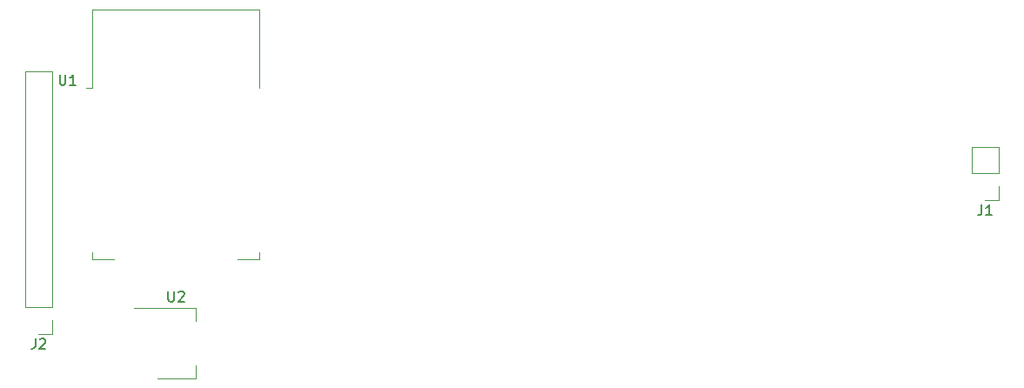
<source format=gbr>
%TF.GenerationSoftware,KiCad,Pcbnew,(5.1.12-1-10_14)*%
%TF.CreationDate,2022-08-29T01:00:24+02:00*%
%TF.ProjectId,esp-wireless-charging,6573702d-7769-4726-956c-6573732d6368,rev?*%
%TF.SameCoordinates,Original*%
%TF.FileFunction,Legend,Top*%
%TF.FilePolarity,Positive*%
%FSLAX46Y46*%
G04 Gerber Fmt 4.6, Leading zero omitted, Abs format (unit mm)*
G04 Created by KiCad (PCBNEW (5.1.12-1-10_14)) date 2022-08-29 01:00:24*
%MOMM*%
%LPD*%
G01*
G04 APERTURE LIST*
%ADD10C,0.120000*%
%ADD11C,0.150000*%
G04 APERTURE END LIST*
D10*
%TO.C,U1*%
X94750000Y-47570000D02*
X110990000Y-47570000D01*
X110990000Y-47570000D02*
X110990000Y-55190000D01*
X110990000Y-71190000D02*
X110990000Y-71810000D01*
X110990000Y-71810000D02*
X108870000Y-71810000D01*
X96870000Y-71810000D02*
X94750000Y-71810000D01*
X94750000Y-71810000D02*
X94750000Y-71190000D01*
X94750000Y-55190000D02*
X94750000Y-47570000D01*
X94750000Y-55190000D02*
X94140000Y-55190000D01*
%TO.C,J2*%
X90830000Y-79120000D02*
X89500000Y-79120000D01*
X90830000Y-77790000D02*
X90830000Y-79120000D01*
X90830000Y-76520000D02*
X88170000Y-76520000D01*
X88170000Y-76520000D02*
X88170000Y-53600000D01*
X90830000Y-76520000D02*
X90830000Y-53600000D01*
X90830000Y-53600000D02*
X88170000Y-53600000D01*
%TO.C,J1*%
X182940000Y-60900000D02*
X180280000Y-60900000D01*
X182940000Y-63500000D02*
X182940000Y-60900000D01*
X180280000Y-63500000D02*
X180280000Y-60900000D01*
X182940000Y-63500000D02*
X180280000Y-63500000D01*
X182940000Y-64770000D02*
X182940000Y-66100000D01*
X182940000Y-66100000D02*
X181610000Y-66100000D01*
%TO.C,U2*%
X104780000Y-83420000D02*
X104780000Y-82160000D01*
X104780000Y-76600000D02*
X104780000Y-77860000D01*
X101020000Y-83420000D02*
X104780000Y-83420000D01*
X98770000Y-76600000D02*
X104780000Y-76600000D01*
%TO.C,U1*%
D11*
X91548095Y-53882380D02*
X91548095Y-54691904D01*
X91595714Y-54787142D01*
X91643333Y-54834761D01*
X91738571Y-54882380D01*
X91929047Y-54882380D01*
X92024285Y-54834761D01*
X92071904Y-54787142D01*
X92119523Y-54691904D01*
X92119523Y-53882380D01*
X93119523Y-54882380D02*
X92548095Y-54882380D01*
X92833809Y-54882380D02*
X92833809Y-53882380D01*
X92738571Y-54025238D01*
X92643333Y-54120476D01*
X92548095Y-54168095D01*
%TO.C,J2*%
X89166666Y-79572380D02*
X89166666Y-80286666D01*
X89119047Y-80429523D01*
X89023809Y-80524761D01*
X88880952Y-80572380D01*
X88785714Y-80572380D01*
X89595238Y-79667619D02*
X89642857Y-79620000D01*
X89738095Y-79572380D01*
X89976190Y-79572380D01*
X90071428Y-79620000D01*
X90119047Y-79667619D01*
X90166666Y-79762857D01*
X90166666Y-79858095D01*
X90119047Y-80000952D01*
X89547619Y-80572380D01*
X90166666Y-80572380D01*
%TO.C,J1*%
X181276666Y-66552380D02*
X181276666Y-67266666D01*
X181229047Y-67409523D01*
X181133809Y-67504761D01*
X180990952Y-67552380D01*
X180895714Y-67552380D01*
X182276666Y-67552380D02*
X181705238Y-67552380D01*
X181990952Y-67552380D02*
X181990952Y-66552380D01*
X181895714Y-66695238D01*
X181800476Y-66790476D01*
X181705238Y-66838095D01*
%TO.C,U2*%
X102108095Y-74962380D02*
X102108095Y-75771904D01*
X102155714Y-75867142D01*
X102203333Y-75914761D01*
X102298571Y-75962380D01*
X102489047Y-75962380D01*
X102584285Y-75914761D01*
X102631904Y-75867142D01*
X102679523Y-75771904D01*
X102679523Y-74962380D01*
X103108095Y-75057619D02*
X103155714Y-75010000D01*
X103250952Y-74962380D01*
X103489047Y-74962380D01*
X103584285Y-75010000D01*
X103631904Y-75057619D01*
X103679523Y-75152857D01*
X103679523Y-75248095D01*
X103631904Y-75390952D01*
X103060476Y-75962380D01*
X103679523Y-75962380D01*
%TD*%
M02*

</source>
